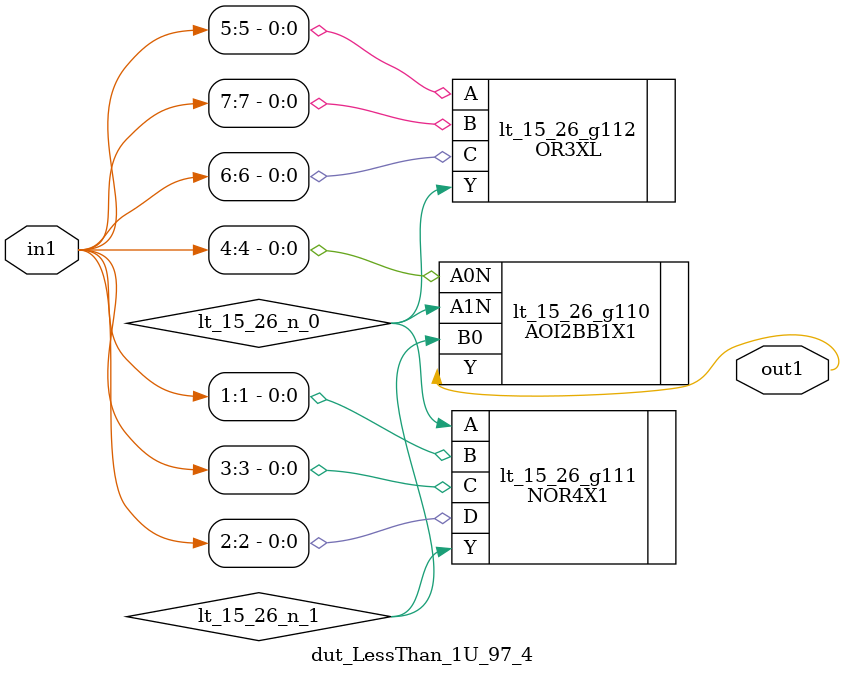
<source format=v>
`timescale 1ps / 1ps


module dut_LessThan_1U_97_4(in1, out1);
  input [7:0] in1;
  output out1;
  wire [7:0] in1;
  wire out1;
  wire lt_15_26_n_0, lt_15_26_n_1;
  AOI2BB1X1 lt_15_26_g110(.A0N (in1[4]), .A1N (lt_15_26_n_0), .B0
       (lt_15_26_n_1), .Y (out1));
  NOR4X1 lt_15_26_g111(.A (lt_15_26_n_0), .B (in1[1]), .C (in1[3]), .D
       (in1[2]), .Y (lt_15_26_n_1));
  OR3XL lt_15_26_g112(.A (in1[5]), .B (in1[7]), .C (in1[6]), .Y
       (lt_15_26_n_0));
endmodule



</source>
